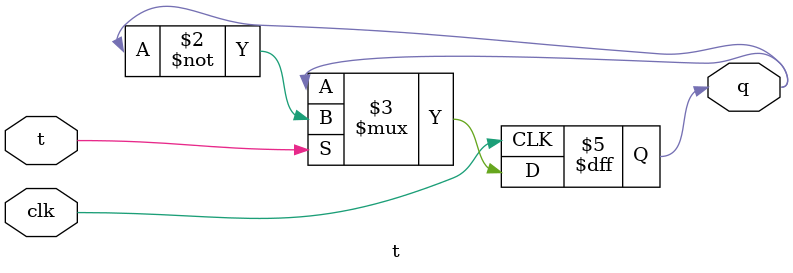
<source format=v>
module t(q,t,clk);
input t,clk;
output q;
reg q;

always @(posedge clk) begin
    if (t) begin
        q <= ~q;
    end
end

endmodule

</source>
